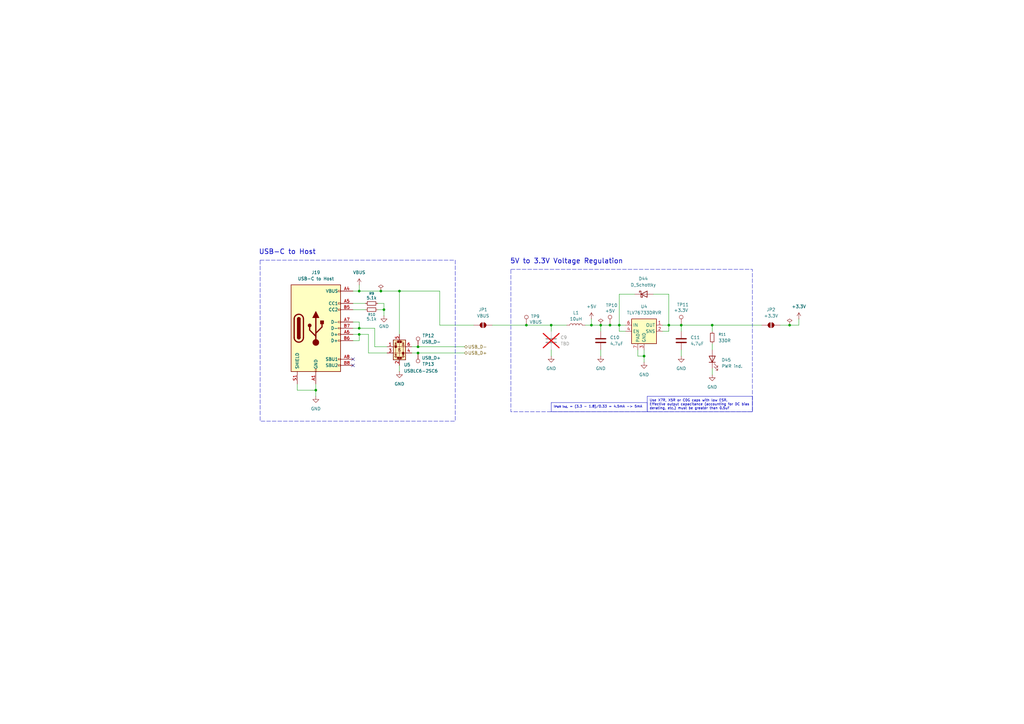
<source format=kicad_sch>
(kicad_sch (version 20250114) (generator "eeschema") (generator_version "9.0")
  (paper "A3")
  (title_block (title "SakurajimaSplit") (date "2025-06-26") (rev "1.0") (company "HayataSama") (comment 1 "https://github.com/HayataSama/SakurajimaSplit"))
  (lib_symbols
    (symbol "Connector:TestPoint" (pin_numbers (hide yes)) (pin_names (offset 0.762) (hide yes))
      (property "Reference" "TP" (at 0 6.858 0))
      (property "Value" "TestPoint" (at 0 5.08 0))
      (symbol "TestPoint_0_1"
        (circle (center 0 3.302) (radius 0.762))
      )
      (symbol "TestPoint_1_1"
        (pin passive line (at 0 0 90) (length 2.54) (name "1") (number "1"))
      )
    )
    (symbol "Device:C" (pin_numbers (hide yes)) (pin_names (offset 0.254))
      (property "Reference" "C" (at 0.635 2.54 0))
      (property "Value" "C" (at 0.635 -2.54 0))
      (symbol "C_0_1"
        (polyline (pts (xy -2.032 0.762) (xy 2.032 0.762)) (stroke (width 0.508)))
        (polyline (pts (xy -2.032 -0.762) (xy 2.032 -0.762)) (stroke (width 0.508)))
      )
      (symbol "C_1_1"
        (pin passive line (at 0 3.81 270) (length 2.794) (name "~") (number "1"))
        (pin passive line (at 0 -3.81 90) (length 2.794) (name "~") (number "2"))
      )
    )
    (symbol "Device:D_Schottky" (pin_numbers (hide yes)) (pin_names (offset 1.016) (hide yes))
      (property "Reference" "D" (at 0 2.54 0))
      (property "Value" "D_Schottky" (at 0 -2.54 0))
      (symbol "D_Schottky_0_1"
        (polyline (pts (xy -1.905 0.635) (xy -1.905 1.27) (xy -1.27 1.27) (xy -1.27 -1.27) (xy -0.635 -1.27) (xy -0.635 -0.635)) (stroke (width 0.254)))
        (polyline (pts (xy 1.27 1.27) (xy 1.27 -1.27) (xy -1.27 0) (xy 1.27 1.27)) (stroke (width 0.254)))
        (polyline (pts (xy 1.27 0) (xy -1.27 0)))
      )
      (symbol "D_Schottky_1_1"
        (pin passive line (at -3.81 0 0) (length 2.54) (name "K") (number "1"))
        (pin passive line (at 3.81 0 180) (length 2.54) (name "A") (number "2"))
      )
    )
    (symbol "Device:L" (pin_numbers (hide yes)) (pin_names (offset 1.016) (hide yes))
      (property "Reference" "L" (at -1.27 0 90))
      (property "Value" "L" (at 1.905 0 90))
      (symbol "L_0_1"
        (arc (start 0 2.54) (mid 0.6323 1.905) (end 0 1.27))
        (arc (start 0 1.27) (mid 0.6323 0.635) (end 0 0))
        (arc (start 0 0) (mid 0.6323 -0.635) (end 0 -1.27))
        (arc (start 0 -1.27) (mid 0.6323 -1.905) (end 0 -2.54))
      )
      (symbol "L_1_1"
        (pin passive line (at 0 3.81 270) (length 1.27) (name "1") (number "1"))
        (pin passive line (at 0 -3.81 90) (length 1.27) (name "2") (number "2"))
      )
    )
    (symbol "Device:LED" (pin_numbers (hide yes)) (pin_names (offset 1.016) (hide yes))
      (property "Reference" "D" (at 0 2.54 0))
      (property "Value" "LED" (at 0 -2.54 0))
      (symbol "LED_0_1"
        (polyline (pts (xy -3.048 -0.762) (xy -4.572 -2.286) (xy -3.81 -2.286) (xy -4.572 -2.286) (xy -4.572 -1.524)))
        (polyline (pts (xy -1.778 -0.762) (xy -3.302 -2.286) (xy -2.54 -2.286) (xy -3.302 -2.286) (xy -3.302 -1.524)))
        (polyline (pts (xy -1.27 0) (xy 1.27 0)))
        (polyline (pts (xy -1.27 -1.27) (xy -1.27 1.27)) (stroke (width 0.254)))
        (polyline (pts (xy 1.27 -1.27) (xy 1.27 1.27) (xy -1.27 0) (xy 1.27 -1.27)) (stroke (width 0.254)))
      )
      (symbol "LED_1_1"
        (pin passive line (at -3.81 0 0) (length 2.54) (name "K") (number "1"))
        (pin passive line (at 3.81 0 180) (length 2.54) (name "A") (number "2"))
      )
    )
    (symbol "Device:R_Small" (pin_numbers (hide yes)) (pin_names (offset 0.254) (hide yes))
      (property "Reference" "R" (at 0 0 90))
      (property "Value" "R_Small" (at 1.778 0 90))
      (symbol "R_Small_0_1"
        (rectangle (start -0.762 1.778) (end 0.762 -1.778) (stroke (width 0.2032)))
      )
      (symbol "R_Small_1_1"
        (pin passive line (at 0 2.54 270) (length 0.762) (name "~") (number "1"))
        (pin passive line (at 0 -2.54 90) (length 0.762) (name "~") (number "2"))
      )
    )
    (symbol "Jumper:SolderJumper_2_Open" (pin_numbers (hide yes)) (pin_names (offset 0) (hide yes)) (in_bom no)
      (property "Reference" "JP" (at 0 2.032 0))
      (property "Value" "SolderJumper_2_Open" (at 0 -2.54 0))
      (symbol "SolderJumper_2_Open_0_1"
        (polyline (pts (xy -0.254 1.016) (xy -0.254 -1.016)))
        (arc (start -0.254 -1.016) (mid -1.2656 0) (end -0.254 1.016))
        (arc (start -0.254 -1.016) (mid -1.2656 0) (end -0.254 1.016) (fill (type outline)))
        (arc (start 0.254 1.016) (mid 1.2656 0) (end 0.254 -1.016))
        (arc (start 0.254 1.016) (mid 1.2656 0) (end 0.254 -1.016) (fill (type outline)))
        (polyline (pts (xy 0.254 1.016) (xy 0.254 -1.016)))
      )
      (symbol "SolderJumper_2_Open_1_1"
        (pin passive line (at -3.81 0 0) (length 2.54) (name "A") (number "1"))
        (pin passive line (at 3.81 0 180) (length 2.54) (name "B") (number "2"))
      )
    )
    (symbol "Power_Protection:USBLC6-2SC6" (pin_names (hide yes))
      (property "Reference" "U" (at 0.635 5.715 0))
      (property "Value" "USBLC6-2SC6" (at 0.635 3.81 0))
      (symbol "USBLC6-2SC6_0_0"
        (circle (center -1.524 0) (radius 0.0001) (stroke (width 0.508)))
        (circle (center -0.508 2.032) (radius 0.0001) (stroke (width 0.508)))
        (circle (center -0.508 -4.572) (radius 0.0001) (stroke (width 0.508)))
        (circle (center 0.508 2.032) (radius 0.0001) (stroke (width 0.508)))
        (circle (center 0.508 -4.572) (radius 0.0001) (stroke (width 0.508)))
        (circle (center 1.524 -2.54) (radius 0.0001) (stroke (width 0.508)))
      )
      (symbol "USBLC6-2SC6_0_1"
        (polyline (pts (xy -2.54 0) (xy 2.54 0)))
        (polyline (pts (xy -2.54 -2.54) (xy 2.54 -2.54)))
        (polyline (pts (xy -2.032 0.508) (xy -1.016 0.508) (xy -1.524 1.524) (xy -2.032 0.508)))
        (polyline (pts (xy -2.032 -3.048) (xy -1.016 -3.048)))
        (polyline (pts (xy -1.016 1.524) (xy -2.032 1.524)))
        (polyline (pts (xy -1.016 -4.064) (xy -2.032 -4.064) (xy -1.524 -3.048) (xy -1.016 -4.064)))
        (polyline (pts (xy -0.508 -1.143) (xy -0.508 -0.762) (xy 0.508 -0.762)))
        (polyline (pts (xy 0 2.54) (xy -0.508 2.032) (xy 0.508 2.032) (xy 0 1.524) (xy 0 -4.064) (xy -0.508 -4.572) (xy 0.508 -4.572) (xy 0 -5.08)))
        (polyline (pts (xy 0.508 -1.778) (xy -0.508 -1.778) (xy 0 -0.762) (xy 0.508 -1.778)))
        (polyline (pts (xy 1.016 1.524) (xy 2.032 1.524)))
        (polyline (pts (xy 1.016 -3.048) (xy 2.032 -3.048)))
        (polyline (pts (xy 2.032 0.508) (xy 1.016 0.508) (xy 1.524 1.524) (xy 2.032 0.508)))
        (polyline (pts (xy 2.032 -4.064) (xy 1.016 -4.064) (xy 1.524 -3.048) (xy 2.032 -4.064)))
      )
      (symbol "USBLC6-2SC6_1_1"
        (rectangle (start -2.54 2.794) (end 2.54 -5.334) (stroke (width 0.254)) (fill (type background)))
        (polyline (pts (xy -0.508 2.032) (xy -1.524 2.032) (xy -1.524 -4.572) (xy -0.508 -4.572)))
        (polyline (pts (xy 0.508 -4.572) (xy 1.524 -4.572) (xy 1.524 2.032) (xy 0.508 2.032)))
        (pin passive line (at -5.08 0 0) (length 2.54) (name "I/O1") (number "1"))
        (pin passive line (at -5.08 -2.54 0) (length 2.54) (name "I/O2") (number "3"))
        (pin passive line (at 0 5.08 270) (length 2.54) (name "VBUS") (number "5"))
        (pin passive line (at 0 -7.62 90) (length 2.54) (name "GND") (number "2"))
        (pin passive line (at 5.08 0 180) (length 2.54) (name "I/O1") (number "6"))
        (pin passive line (at 5.08 -2.54 180) (length 2.54) (name "I/O2") (number "4"))
      )
    )
    (symbol "Regulator_Linear:TLV76733DRVx"
      (property "Reference" "U" (at 0 8.89 0))
      (property "Value" "TLV76733DRVx" (at 0 6.35 0))
      (symbol "TLV76733DRVx_0_1"
        (rectangle (start -5.08 -5.08) (end 5.08 5.08) (stroke (width 0.254)) (fill (type background)))
      )
      (symbol "TLV76733DRVx_1_1"
        (pin power_in line (at -7.62 2.54 0) (length 2.54) (name "IN") (number "6"))
        (pin input line (at -7.62 0 0) (length 2.54) (name "EN") (number "4"))
        (pin passive line (at -2.54 -7.62 90) (length 2.54) (name "PAD") (number "7"))
        (pin power_in line (at 0 -7.62 90) (length 2.54) (name "GND") (number "3"))
        (pin passive line (at 0 -7.62 90) (length 2.54) (hide yes) (name "GND") (number "5"))
        (pin power_out line (at 7.62 2.54 180) (length 2.54) (name "OUT") (number "1"))
        (pin input line (at 7.62 0 180) (length 2.54) (name "SNS") (number "2"))
      )
    )
    (symbol "USB_C_Receptacle_USB2.0_16P_1" (pin_names (offset 1.016))
      (property "Reference" "J" (at 0 22.225 0))
      (property "Value" "USB_C_Receptacle_USB2.0_16P" (at 0 19.685 0))
      (symbol "USB_C_Receptacle_USB2.0_16P_1_0_0"
        (rectangle (start -0.254 -17.78) (end 0.254 -16.764))
        (rectangle (start 10.16 15.494) (end 9.144 14.986))
        (rectangle (start 10.16 10.414) (end 9.144 9.906))
        (rectangle (start 10.16 7.874) (end 9.144 7.366))
        (rectangle (start 10.16 2.794) (end 9.144 2.286))
        (rectangle (start 10.16 0.254) (end 9.144 -0.254))
        (rectangle (start 10.16 -2.286) (end 9.144 -2.794))
        (rectangle (start 10.16 -4.826) (end 9.144 -5.334))
        (rectangle (start 10.16 -12.446) (end 9.144 -12.954))
        (rectangle (start 10.16 -14.986) (end 9.144 -15.494))
      )
      (symbol "USB_C_Receptacle_USB2.0_16P_1_0_1"
        (rectangle (start -10.16 17.78) (end 10.16 -17.78) (stroke (width 0.254)) (fill (type background)))
        (polyline (pts (xy -8.89 -3.81) (xy -8.89 3.81)) (stroke (width 0.508)))
        (rectangle (start -7.62 -3.81) (end -6.35 3.81) (stroke (width 0.254)) (fill (type outline)))
        (arc (start -7.62 3.81) (mid -6.985 4.4423) (end -6.35 3.81) (stroke (width 0.254)))
        (arc (start -7.62 3.81) (mid -6.985 4.4423) (end -6.35 3.81) (stroke (width 0.254)) (fill (type outline)))
        (arc (start -8.89 3.81) (mid -6.985 5.7067) (end -5.08 3.81) (stroke (width 0.508)))
        (arc (start -5.08 -3.81) (mid -6.985 -5.7067) (end -8.89 -3.81) (stroke (width 0.508)))
        (arc (start -6.35 -3.81) (mid -6.985 -4.4423) (end -7.62 -3.81) (stroke (width 0.254)))
        (arc (start -6.35 -3.81) (mid -6.985 -4.4423) (end -7.62 -3.81) (stroke (width 0.254)) (fill (type outline)))
        (polyline (pts (xy -5.08 3.81) (xy -5.08 -3.81)) (stroke (width 0.508)))
        (circle (center -2.54 1.143) (radius 0.635) (stroke (width 0.254)) (fill (type outline)))
        (polyline (pts (xy -1.27 4.318) (xy 0 6.858) (xy 1.27 4.318) (xy -1.27 4.318)) (stroke (width 0.254)) (fill (type outline)))
        (polyline (pts (xy 0 -2.032) (xy 2.54 0.508) (xy 2.54 1.778)) (stroke (width 0.508)))
        (polyline (pts (xy 0 -3.302) (xy -2.54 -0.762) (xy -2.54 0.508)) (stroke (width 0.508)))
        (polyline (pts (xy 0 -5.842) (xy 0 4.318)) (stroke (width 0.508)))
        (circle (center 0 -5.842) (radius 1.27) (fill (type outline)))
        (rectangle (start 1.905 1.778) (end 3.175 3.048) (stroke (width 0.254)) (fill (type outline)))
      )
      (symbol "USB_C_Receptacle_USB2.0_16P_1_1_1"
        (pin passive line (at -7.62 -22.86 90) (length 5.08) (name "SHIELD") (number "S1"))
        (pin passive line (at 0 -22.86 90) (length 5.08) (name "GND") (number "A1"))
        (pin passive line (at 0 -22.86 90) (length 5.08) (hide yes) (name "GND") (number "A12"))
        (pin passive line (at 0 -22.86 90) (length 5.08) (hide yes) (name "GND") (number "B1"))
        (pin passive line (at 0 -22.86 90) (length 5.08) (hide yes) (name "GND") (number "B12"))
        (pin passive line (at 15.24 15.24 180) (length 5.08) (name "VBUS") (number "A4"))
        (pin passive line (at 15.24 15.24 180) (length 5.08) (hide yes) (name "VBUS") (number "A9"))
        (pin passive line (at 15.24 15.24 180) (length 5.08) (hide yes) (name "VBUS") (number "B4"))
        (pin passive line (at 15.24 15.24 180) (length 5.08) (hide yes) (name "VBUS") (number "B9"))
        (pin bidirectional line (at 15.24 10.16 180) (length 5.08) (name "CC1") (number "A5"))
        (pin bidirectional line (at 15.24 7.62 180) (length 5.08) (name "CC2") (number "B5"))
        (pin bidirectional line (at 15.24 2.54 180) (length 5.08) (name "D-") (number "A7"))
        (pin bidirectional line (at 15.24 0 180) (length 5.08) (name "D-") (number "B7"))
        (pin bidirectional line (at 15.24 -2.54 180) (length 5.08) (name "D+") (number "A6"))
        (pin bidirectional line (at 15.24 -5.08 180) (length 5.08) (name "D+") (number "B6"))
        (pin bidirectional line (at 15.24 -12.7 180) (length 5.08) (name "SBU1") (number "A8"))
        (pin bidirectional line (at 15.24 -15.24 180) (length 5.08) (name "SBU2") (number "B8"))
      )
    )
    (symbol "power:+3.3V" (power) (pin_numbers (hide yes)) (pin_names (offset 0) (hide yes))
      (property "Value" "+3.3V" (at 0 3.556 0))
      (symbol "+3.3V_0_1"
        (polyline (pts (xy -0.762 1.27) (xy 0 2.54)))
        (polyline (pts (xy 0 2.54) (xy 0.762 1.27)))
        (polyline (pts (xy 0 0) (xy 0 2.54)))
      )
      (symbol "+3.3V_1_1"
        (pin power_in line (at 0 0 90) (length 0) (name "~") (number "1"))
      )
    )
    (symbol "power:+5V" (power) (pin_numbers (hide yes)) (pin_names (offset 0) (hide yes))
      (property "Value" "+5V" (at 0 3.556 0))
      (symbol "+5V_0_1"
        (polyline (pts (xy -0.762 1.27) (xy 0 2.54)))
        (polyline (pts (xy 0 2.54) (xy 0.762 1.27)))
        (polyline (pts (xy 0 0) (xy 0 2.54)))
      )
      (symbol "+5V_1_1"
        (pin power_in line (at 0 0 90) (length 0) (name "~") (number "1"))
      )
    )
    (symbol "power:GND" (power) (pin_numbers (hide yes)) (pin_names (offset 0) (hide yes))
      (property "Value" "GND" (at 0 -3.81 0))
      (symbol "GND_0_1"
        (polyline (pts (xy 0 0) (xy 0 -1.27) (xy 1.27 -1.27) (xy 0 -2.54) (xy -1.27 -1.27) (xy 0 -1.27)))
      )
      (symbol "GND_1_1"
        (pin power_in line (at 0 0 270) (length 0) (name "~") (number "1"))
      )
    )
    (symbol "power:PWR_FLAG" (power) (pin_numbers (hide yes)) (pin_names (offset 0) (hide yes))
      (property "Value" "PWR_FLAG" (at 0 3.81 0))
      (symbol "PWR_FLAG_0_0"
        (pin power_out line (at 0 0 90) (length 0) (name "~") (number "1"))
      )
      (symbol "PWR_FLAG_0_1"
        (polyline (pts (xy 0 0) (xy 0 1.27) (xy -1.016 1.905) (xy 0 2.54) (xy 1.016 1.905) (xy 0 1.27)))
      )
    )
    (symbol "power:VBUS" (power) (pin_numbers (hide yes)) (pin_names (offset 0) (hide yes))
      (property "Value" "VBUS" (at 0 3.556 0))
      (symbol "VBUS_0_1"
        (polyline (pts (xy -0.762 1.27) (xy 0 2.54)))
        (polyline (pts (xy 0 2.54) (xy 0.762 1.27)))
        (polyline (pts (xy 0 0) (xy 0 2.54)))
      )
      (symbol "VBUS_1_1"
        (pin power_in line (at 0 0 90) (length 0) (name "~") (number "1"))
      )
    )
  )
  (rectangle (start 209.55 110.49) (end 308.61 168.91) (stroke (width 0) (type dash)))
  (rectangle (start 106.68 106.68) (end 186.69 172.72) (stroke (width 0) (type dash)))
  (text "5V to 3.3V Voltage Regulation\n" (at 232.41 107.188 0) (effects (font (size 2 2) (thickness 0.254) (bold yes))))
  (text "USB-C to Host" (at 117.856 103.378 0) (effects (font (size 2 2) (thickness 0.254) (bold yes))))
  (text_box "I_{PWR ind.} = (3.3 - 1.8)/0.33 = 4.5mA -> 5mA" (at 226.06 165.1 0) (size 39.37 3.81) (margins 0.9525 0.9525 0.9525 0.9525) (effects (font (size 1 1)) (justify left top)))
  (text_box "Use X7R, X5R or C0G caps with low ESR.\nEffective output capacitance (accounting for DC bias derating, etc.) must be greater than 0.5uF" (at 265.43 162.56 0) (size 43.18 6.35) (margins 0.9525 0.9525 0.9525 0.9525) (effects (font (size 1 1)) (justify left top)))
  (junction (at 129.54 160.02))
  (junction (at 163.83 119.38))
  (junction (at 250.19 133.35))
  (junction (at 147.32 134.62))
  (junction (at 242.57 133.35))
  (junction (at 215.9 133.35))
  (junction (at 246.38 133.35))
  (junction (at 226.06 133.35))
  (junction (at 264.16 146.05))
  (junction (at 156.21 119.38))
  (junction (at 171.45 142.24))
  (junction (at 171.45 144.78))
  (junction (at 147.32 119.38))
  (junction (at 157.48 127))
  (junction (at 292.1 133.35))
  (junction (at 147.32 137.16))
  (junction (at 254 133.35))
  (junction (at 274.32 133.35))
  (junction (at 323.85 133.35))
  (junction (at 279.4 133.35))
  (no_connect (at 144.78 147.32))
  (no_connect (at 144.78 149.86))
  (wire (pts (xy 323.85 133.35) (xy 327.66 133.35)))
  (wire (pts (xy 147.32 119.38) (xy 156.21 119.38)))
  (wire (pts (xy 129.54 157.48) (xy 129.54 160.02)))
  (wire (pts (xy 163.83 119.38) (xy 180.34 119.38)))
  (wire (pts (xy 274.32 133.35) (xy 279.4 133.35)))
  (wire (pts (xy 163.83 149.86) (xy 163.83 152.4)))
  (wire (pts (xy 327.66 130.81) (xy 327.66 133.35)))
  (wire (pts (xy 254 120.65) (xy 254 133.35)))
  (wire (pts (xy 271.78 135.89) (xy 274.32 135.89)))
  (wire (pts (xy 151.13 144.78) (xy 158.75 144.78)))
  (wire (pts (xy 157.48 127) (xy 157.48 124.46)))
  (wire (pts (xy 163.83 137.16) (xy 163.83 119.38)))
  (wire (pts (xy 147.32 137.16) (xy 151.13 137.16)))
  (wire (pts (xy 156.21 119.38) (xy 163.83 119.38)))
  (wire (pts (xy 147.32 132.08) (xy 147.32 134.62)))
  (wire (pts (xy 292.1 151.13) (xy 292.1 153.67)))
  (wire (pts (xy 279.4 143.51) (xy 279.4 146.05)))
  (wire (pts (xy 246.38 133.35) (xy 246.38 135.89)))
  (wire (pts (xy 144.78 124.46) (xy 149.86 124.46)))
  (wire (pts (xy 144.78 137.16) (xy 147.32 137.16)))
  (wire (pts (xy 242.57 133.35) (xy 246.38 133.35)))
  (wire (pts (xy 226.06 133.35) (xy 232.41 133.35)))
  (wire (pts (xy 154.94 127) (xy 157.48 127)))
  (wire (pts (xy 129.54 162.56) (xy 129.54 160.02)))
  (wire (pts (xy 267.97 120.65) (xy 274.32 120.65)))
  (wire (pts (xy 144.78 139.7) (xy 147.32 139.7)))
  (wire (pts (xy 264.16 143.51) (xy 264.16 146.05)))
  (wire (pts (xy 151.13 137.16) (xy 151.13 144.78)))
  (wire (pts (xy 144.78 127) (xy 149.86 127)))
  (wire (pts (xy 292.1 133.35) (xy 292.1 135.89)))
  (wire (pts (xy 274.32 120.65) (xy 274.32 133.35)))
  (wire (pts (xy 292.1 140.97) (xy 292.1 143.51)))
  (wire (pts (xy 190.5 144.78) (xy 171.45 144.78)))
  (wire (pts (xy 246.38 133.35) (xy 250.19 133.35)))
  (wire (pts (xy 190.5 142.24) (xy 171.45 142.24)))
  (wire (pts (xy 261.62 146.05) (xy 264.16 146.05)))
  (wire (pts (xy 250.19 133.35) (xy 254 133.35)))
  (wire (pts (xy 144.78 134.62) (xy 147.32 134.62)))
  (wire (pts (xy 264.16 146.05) (xy 264.16 148.59)))
  (wire (pts (xy 226.06 133.35) (xy 226.06 135.89)))
  (wire (pts (xy 144.78 119.38) (xy 147.32 119.38)))
  (wire (pts (xy 157.48 129.54) (xy 157.48 127)))
  (wire (pts (xy 260.35 120.65) (xy 254 120.65)))
  (wire (pts (xy 180.34 119.38) (xy 180.34 133.35)))
  (wire (pts (xy 261.62 143.51) (xy 261.62 146.05)))
  (wire (pts (xy 153.67 142.24) (xy 158.75 142.24)))
  (wire (pts (xy 147.32 134.62) (xy 153.67 134.62)))
  (wire (pts (xy 157.48 124.46) (xy 154.94 124.46)))
  (wire (pts (xy 201.93 133.35) (xy 215.9 133.35)))
  (wire (pts (xy 226.06 143.51) (xy 226.06 146.05)))
  (wire (pts (xy 171.45 142.24) (xy 168.91 142.24)))
  (wire (pts (xy 153.67 134.62) (xy 153.67 142.24)))
  (wire (pts (xy 147.32 116.84) (xy 147.32 119.38)))
  (wire (pts (xy 274.32 135.89) (xy 274.32 133.35)))
  (wire (pts (xy 180.34 133.35) (xy 194.31 133.35)))
  (wire (pts (xy 271.78 133.35) (xy 274.32 133.35)))
  (wire (pts (xy 279.4 135.89) (xy 279.4 133.35)))
  (wire (pts (xy 240.03 133.35) (xy 242.57 133.35)))
  (wire (pts (xy 246.38 143.51) (xy 246.38 146.05)))
  (wire (pts (xy 121.92 160.02) (xy 129.54 160.02)))
  (wire (pts (xy 242.57 130.81) (xy 242.57 133.35)))
  (wire (pts (xy 320.04 133.35) (xy 323.85 133.35)))
  (wire (pts (xy 121.92 157.48) (xy 121.92 160.02)))
  (wire (pts (xy 292.1 133.35) (xy 312.42 133.35)))
  (wire (pts (xy 254 135.89) (xy 254 133.35)))
  (wire (pts (xy 279.4 133.35) (xy 292.1 133.35)))
  (wire (pts (xy 171.45 144.78) (xy 168.91 144.78)))
  (wire (pts (xy 144.78 132.08) (xy 147.32 132.08)))
  (wire (pts (xy 215.9 133.35) (xy 226.06 133.35)))
  (wire (pts (xy 147.32 137.16) (xy 147.32 139.7)))
  (wire (pts (xy 256.54 135.89) (xy 254 135.89)))
  (wire (pts (xy 254 133.35) (xy 256.54 133.35)))
  (hierarchical_label "USB_D+" (shape bidirectional) (at 190.5 144.78 0))
  (hierarchical_label "USB_D-" (shape bidirectional) (at 190.5 142.24 0))
  (symbol (lib_id "Device:LED") (at 292.1 147.32 90) (unit 1)
    (property "Reference" "D45" (at 295.91 147.6374 90) (effects (justify right)))
    (property "Value" "PWR ind." (at 295.91 150.1774 90) (effects (justify right)))
    (property "Footprint" "LED_SMD:LED_0603_1608Metric" (effects (hide yes)))
    (property "Description" "Light emitting diode" (effects (hide yes)))
    (property "Sim.Pins" "1=K 2=A" (effects (hide yes)))
    (property "Distributor Link" "https://lionelectronic.ir/products/2212-XL-1608UGC-04" (effects (hide yes)))
    (property "Manufacturer" "XINGLIGHT" (effects (hide yes)))
    (property "Manufacturer Part No." "XL-1608UGC-04" (effects (hide yes)))
  )
  (symbol (lib_id "power:GND") (at 226.06 146.05 0) (unit 1)
    (property "Reference" "#PWR026" (effects (hide yes)))
    (property "Value" "GND" (at 226.06 151.13 0))
    (property "Description" "Power symbol creates a global label with name \"GND\" , ground" (effects (hide yes)))
  )
  (symbol (lib_id "power:GND") (at 279.4 146.05 0) (unit 1)
    (property "Reference" "#PWR028" (effects (hide yes)))
    (property "Value" "GND" (at 279.4 151.13 0))
    (property "Description" "Power symbol creates a global label with name \"GND\" , ground" (effects (hide yes)))
  )
  (symbol (lib_id "power:PWR_FLAG") (at 156.21 119.38 0) (unit 1)
    (property "Reference" "#FLG02" (effects (hide yes)))
    (property "Value" "PWR_FLAG" (effects (hide yes)))
    (property "Description" "Special symbol for telling ERC where power comes from" (effects (hide yes)))
  )
  (symbol (lib_id "Device:R_Small") (at 292.1 138.43 0) (unit 1)
    (property "Reference" "R11" (at 294.64 137.1599 0) (effects (font (size 1.016 1.016)) (justify left)))
    (property "Value" "330R" (at 294.64 139.6999 0) (effects (justify left)))
    (property "Footprint" "Resistor_SMD:R_0603_1608Metric" (effects (hide yes)))
    (property "Description" "Resistor, small symbol" (effects (hide yes)))
    (property "Distributor Link" "https://lionelectronic.ir/products/1182-SER0603F330R" (effects (hide yes)))
    (property "Manufacturer" "VO Sub Brand (ER)" (effects (hide yes)))
    (property "Manufacturer Part No." "SER0603F330R" (effects (hide yes)))
  )
  (symbol (lib_id "Connector:TestPoint") (at 279.4 133.35 0) (unit 1) (in_bom no)
    (property "Reference" "TP11" (at 277.622 124.968 0) (effects (justify left)))
    (property "Value" "+3.3V" (at 276.352 127.254 0) (effects (justify left)))
    (property "Footprint" "Hayata_Lib:TestPoint_Pad_Circular_1.3mm" (effects (hide yes)))
    (property "Description" "test point" (effects (hide yes)))
  )
  (symbol (lib_id "Device:R_Small") (at 152.4 127 90) (unit 1)
    (property "Reference" "R10" (at 152.4 129.032 90) (effects (font (size 1.016 1.016))))
    (property "Value" "5.1k" (at 152.4 130.81 90))
    (property "Footprint" "Resistor_SMD:R_0603_1608Metric" (effects (hide yes)))
    (property "Description" "Resistor, small symbol" (effects (hide yes)))
    (property "Distributor Link" "https://lionelectronic.ir/products/1212-0603WAF5101T5E" (effects (hide yes)))
    (property "Manufacturer" "UniOhm" (effects (hide yes)))
    (property "Manufacturer Part No." "0603WAF5101T5E" (effects (hide yes)))
  )
  (symbol (lib_id "power:VBUS") (at 147.32 116.84 0) (unit 1)
    (property "Reference" "#PWR022" (effects (hide yes)))
    (property "Value" "VBUS" (at 147.32 111.76 0))
    (property "Description" "Power symbol creates a global label with name \"VBUS\"" (effects (hide yes)))
  )
  (symbol (lib_id "Device:C") (at 246.38 139.7 0) (unit 1)
    (property "Reference" "C10" (at 250.19 138.4299 0) (effects (justify left)))
    (property "Value" "4.7uF" (at 250.19 140.9699 0) (effects (justify left)))
    (property "Footprint" "Capacitor_SMD:C_0805_2012Metric" (effects (hide yes)))
    (property "Description" "Unpolarized capacitor" (effects (hide yes)))
    (property "Distributor Link" "https://lionelectronic.ir/products/4714-GRM21BR61H475KE51L" (effects (hide yes)))
    (property "Manufacturer" "Murata" (effects (hide yes)))
    (property "Manufacturer Part No." "GRM21BR61H475KE51L" (effects (hide yes)))
  )
  (symbol (lib_id "Power_Protection:USBLC6-2SC6") (at 163.83 142.24 0) (unit 1)
    (property "Reference" "U5" (at 165.608 149.606 0) (effects (justify left)))
    (property "Value" "USBLC6-2SC6" (at 165.608 152.146 0) (effects (justify left)))
    (property "Footprint" "Package_TO_SOT_SMD:SOT-23-6" (effects (hide yes)))
    (property "Datasheet" "https://www.st.com/resource/en/datasheet/usblc6-2.pdf" (effects (hide yes)))
    (property "Description" "Very low capacitance ESD protection diode, 2 data-line, SOT-23-6" (effects (hide yes)))
    (property "Distributor Link" "https://lionelectronic.ir/products/4780-USBLC6-4SC6" (effects (hide yes)))
    (property "Manufacturer" "STMicroelectronics" (effects (hide yes)))
    (property "Manufacturer Part No." "USBLC6-4SC6" (effects (hide yes)))
  )
  (symbol (lib_id "Device:C") (at 226.06 139.7 0) (unit 1) (dnp yes)
    (property "Reference" "C9" (at 229.87 138.4299 0) (effects (justify left)))
    (property "Value" "TBD" (at 229.87 140.9699 0) (effects (justify left)))
    (property "Footprint" "Capacitor_SMD:C_0805_2012Metric" (effects (hide yes)))
    (property "Description" "Unpolarized capacitor" (effects (hide yes)))
    (property "Distributor Link" "https://lionelectronic.ir/products/4714-GRM21BR61H475KE51L" (effects (hide yes)))
    (property "Manufacturer" "Murata" (effects (hide yes)))
    (property "Manufacturer Part No." "GRM21BR61H475KE51L" (effects (hide yes)))
  )
  (symbol (lib_id "Jumper:SolderJumper_2_Open") (at 198.12 133.35 0) (unit 1) (in_bom no)
    (property "Reference" "JP1" (at 198.12 127 0))
    (property "Value" "VBUS" (at 198.12 129.54 0))
    (property "Footprint" "Jumper:SolderJumper-2_P1.3mm_Open_TrianglePad1.0x1.5mm" (effects (hide yes)))
    (property "Description" "Solder Jumper, 2-pole, open" (effects (hide yes)))
  )
  (symbol (lib_id "power:+5V") (at 242.57 130.81 0) (unit 1)
    (property "Reference" "#PWR024" (effects (hide yes)))
    (property "Value" "+5V" (at 242.57 125.73 0))
    (property "Description" "Power symbol creates a global label with name \"+5V\"" (effects (hide yes)))
  )
  (symbol (lib_id "Connector:TestPoint") (at 171.45 142.24 0) (unit 1) (in_bom no)
    (property "Reference" "TP12" (at 173.228 137.668 0) (effects (justify left)))
    (property "Value" "USB_D-" (at 172.974 140.208 0) (effects (justify left)))
    (property "Footprint" "Hayata_Lib:TestPoint_Pad_Circular_1.3mm" (effects (hide yes)))
    (property "Description" "test point" (effects (hide yes)))
  )
  (symbol (lib_id "power:PWR_FLAG") (at 323.85 133.35 0) (unit 1)
    (property "Reference" "#FLG04" (effects (hide yes)))
    (property "Value" "PWR_FLAG" (effects (hide yes)))
    (property "Description" "Special symbol for telling ERC where power comes from" (effects (hide yes)))
  )
  (symbol (lib_id "power:GND") (at 163.83 152.4 0) (unit 1)
    (property "Reference" "#PWR030" (effects (hide yes)))
    (property "Value" "GND" (at 163.83 157.48 0))
    (property "Description" "Power symbol creates a global label with name \"GND\" , ground" (effects (hide yes)))
  )
  (symbol (lib_id "power:+3.3V") (at 327.66 130.81 0) (unit 1)
    (property "Reference" "#PWR025" (effects (hide yes)))
    (property "Value" "+3.3V" (at 327.66 125.73 0))
    (property "Description" "Power symbol creates a global label with name \"+3.3V\"" (effects (hide yes)))
  )
  (symbol (lib_id "Device:R_Small") (at 152.4 124.46 90) (unit 1)
    (property "Reference" "R9" (at 152.4 120.396 90) (effects (font (size 1.016 1.016))))
    (property "Value" "5.1k" (at 152.4 122.174 90))
    (property "Footprint" "Resistor_SMD:R_0603_1608Metric" (effects (hide yes)))
    (property "Description" "Resistor, small symbol" (effects (hide yes)))
    (property "Distributor Link" "https://lionelectronic.ir/products/1212-0603WAF5101T5E" (effects (hide yes)))
    (property "Manufacturer" "UniOhm" (effects (hide yes)))
    (property "Manufacturer Part No." "0603WAF5101T5E" (effects (hide yes)))
  )
  (symbol (lib_id "Device:D_Schottky") (at 264.16 120.65 0) (unit 1)
    (property "Reference" "D44" (at 263.8425 114.3 0))
    (property "Value" "D_Schottky" (at 263.8425 116.84 0))
    (property "Footprint" "Diode_SMD:D_SOD-123" (effects (hide yes)))
    (property "Description" "Schottky diode" (effects (hide yes)))
    (property "Distributor Link" "https://lionelectronic.ir/products/5692-B0530W-7-F" (effects (hide yes)))
    (property "Manufacturer" "Diodes Incorporated" (effects (hide yes)))
    (property "Manufacturer Part No." "B0530W-7-F" (effects (hide yes)))
  )
  (symbol (lib_id "power:PWR_FLAG") (at 246.38 133.35 0) (unit 1)
    (property "Reference" "#FLG03" (effects (hide yes)))
    (property "Value" "PWR_FLAG" (effects (hide yes)))
    (property "Description" "Special symbol for telling ERC where power comes from" (effects (hide yes)))
  )
  (symbol (lib_id "Regulator_Linear:TLV76733DRVx") (at 264.16 135.89 0) (unit 1)
    (property "Reference" "U4" (at 264.16 125.73 0))
    (property "Value" "TLV76733DRVR" (at 264.16 128.27 0))
    (property "Footprint" "Package_SON:WSON-6-1EP_2x2mm_P0.65mm_EP1x1.6mm_ThermalVias" (effects (hide yes)))
    (property "Datasheet" "www.ti.com/lit/gpn/TLV767" (effects (hide yes)))
    (property "Description" "1A Precision Linear Voltage Regulator, with enable pin, Fixed Output 3.3V, WSON6" (effects (hide yes)))
    (property "Distributor Link" "https://lionelectronic.ir/products/4877-TLV76733DRVR" (effects (hide yes)))
    (property "Manufacturer" "Texas Instruments" (effects (hide yes)))
    (property "Manufacturer Part No." "TLV76733DRVR" (effects (hide yes)))
  )
  (symbol (lib_id "Jumper:SolderJumper_2_Open") (at 316.23 133.35 0) (unit 1) (in_bom no)
    (property "Reference" "JP2" (at 316.23 127 0))
    (property "Value" "+3.3V" (at 316.23 129.54 0))
    (property "Footprint" "Jumper:SolderJumper-2_P1.3mm_Open_TrianglePad1.0x1.5mm" (effects (hide yes)))
    (property "Description" "Solder Jumper, 2-pole, open" (effects (hide yes)))
  )
  (symbol (lib_id "Device:C") (at 279.4 139.7 0) (unit 1)
    (property "Reference" "C11" (at 283.21 138.4299 0) (effects (justify left)))
    (property "Value" "4.7uF" (at 283.21 140.9699 0) (effects (justify left)))
    (property "Footprint" "Capacitor_SMD:C_0805_2012Metric" (effects (hide yes)))
    (property "Description" "Unpolarized capacitor" (effects (hide yes)))
    (property "Distributor Link" "https://lionelectronic.ir/products/4714-GRM21BR61H475KE51L" (effects (hide yes)))
    (property "Manufacturer" "Murata" (effects (hide yes)))
    (property "Manufacturer Part No." "GRM21BR61H475KE51L" (effects (hide yes)))
  )
  (symbol (lib_id "Device:L") (at 236.22 133.35 90) (unit 1)
    (property "Reference" "L1" (at 236.22 128.27 90))
    (property "Value" "10uH" (at 236.22 130.81 90))
    (property "Footprint" "Inductor_SMD:L_1210_3225Metric" (effects (hide yes)))
    (property "Description" "Inductor" (effects (hide yes)))
    (property "Distributor Link" "https://lionelectronic.ir/products/4794-DFE322512F-100M%3DP2" (effects (hide yes)))
    (property "Manufacturer" "Murata" (effects (hide yes)))
    (property "Manufacturer Part No." "DFE322512F-100M" (effects (hide yes)))
  )
  (symbol (lib_id "Connector:TestPoint") (at 215.9 133.35 0) (unit 1) (in_bom no)
    (property "Reference" "TP9" (at 217.678 129.794 0) (effects (justify left)))
    (property "Value" "VBUS" (at 217.17 132.08 0) (effects (justify left)))
    (property "Footprint" "Hayata_Lib:TestPoint_Pad_Circular_1.3mm" (effects (hide yes)))
    (property "Description" "test point" (effects (hide yes)))
  )
  (symbol (lib_id "power:GND") (at 129.54 162.56 0) (unit 1)
    (property "Reference" "#PWR032" (effects (hide yes)))
    (property "Value" "GND" (at 129.54 167.64 0))
    (property "Description" "Power symbol creates a global label with name \"GND\" , ground" (effects (hide yes)))
  )
  (symbol (lib_id "power:GND") (at 246.38 146.05 0) (unit 1)
    (property "Reference" "#PWR027" (effects (hide yes)))
    (property "Value" "GND" (at 246.38 151.13 0))
    (property "Description" "Power symbol creates a global label with name \"GND\" , ground" (effects (hide yes)))
  )
  (symbol (lib_id "Connector:TestPoint") (at 171.45 144.78 0) (mirror x) (unit 1) (in_bom no)
    (property "Reference" "TP13" (at 173.228 149.352 0) (effects (justify left)))
    (property "Value" "USB_D+" (at 172.974 146.812 0) (effects (justify left)))
    (property "Footprint" "Hayata_Lib:TestPoint_Pad_Circular_1.3mm" (effects (hide yes)))
    (property "Description" "test point" (effects (hide yes)))
  )
  (symbol (lib_id "Connector:TestPoint") (at 250.19 133.35 0) (unit 1) (in_bom no)
    (property "Reference" "TP10" (at 248.412 125.222 0) (effects (justify left)))
    (property "Value" "+5V" (at 248.158 127.508 0) (effects (justify left)))
    (property "Footprint" "Hayata_Lib:TestPoint_Pad_Circular_1.3mm" (effects (hide yes)))
    (property "Description" "test point" (effects (hide yes)))
  )
  (symbol (lib_id "power:GND") (at 157.48 129.54 0) (unit 1)
    (property "Reference" "#PWR023" (effects (hide yes)))
    (property "Value" "GND" (at 157.48 133.858 0))
    (property "Description" "Power symbol creates a global label with name \"GND\" , ground" (effects (hide yes)))
  )
  (symbol (lib_name "USB_C_Receptacle_USB2.0_16P_1") (lib_id "Connector:USB_C_Receptacle_USB2.0_16P") (at 129.54 134.62 0) (unit 1)
    (property "Reference" "J19" (at 129.54 111.76 0))
    (property "Value" "USB-C to Host" (at 129.54 114.3 0))
    (property "Footprint" "Connector_USB:USB_C_Receptacle_G-Switch_GT-USB-7010ASV" (effects (hide yes)))
    (property "Datasheet" "https://www.usb.org/sites/default/files/documents/usb_type-c.zip" (effects (hide yes)))
    (property "Description" "USB 2.0-only 16P Type-C Receptacle connector" (effects (hide yes)))
    (property "Distributor Link" "https://lionelectronic.ir/products/3242-GT-USB-7010ASV" (effects (hide yes)))
    (property "Manufacturer" "G-Switch" (effects (hide yes)))
    (property "Manufacturer Part No." "GT-USB-7010ASV" (effects (hide yes)))
  )
  (symbol (lib_id "power:GND") (at 292.1 153.67 0) (unit 1)
    (property "Reference" "#PWR031" (effects (hide yes)))
    (property "Value" "GND" (at 292.1 158.75 0))
    (property "Description" "Power symbol creates a global label with name \"GND\" , ground" (effects (hide yes)))
  )
  (symbol (lib_id "power:GND") (at 264.16 148.59 0) (unit 1)
    (property "Reference" "#PWR029" (effects (hide yes)))
    (property "Value" "GND" (at 264.16 153.67 0))
    (property "Description" "Power symbol creates a global label with name \"GND\" , ground" (effects (hide yes)))
  )
)
</source>
